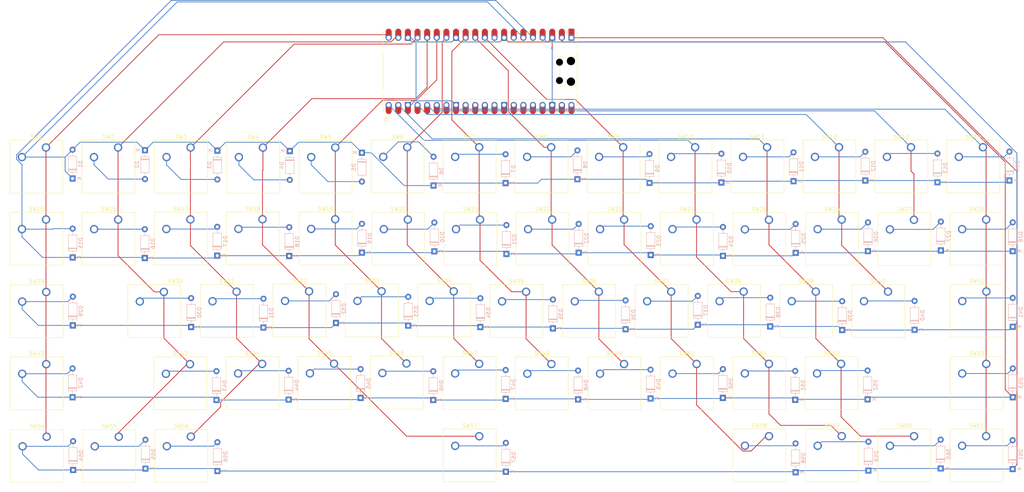
<source format=kicad_pcb>
(kicad_pcb (version 20241229) (generator "pcbnew") (generator_version "9.0")
  (layers (0 "F.Cu" signal) (2 "B.Cu" signal) (13 "F.Paste" user) (15 "B.Paste" user) (5 "F.SilkS" user "F.Silkscreen") (7 "B.SilkS" user "B.Silkscreen") (1 "F.Mask" user) (3 "B.Mask" user) (25 "Edge.Cuts" user))
  (net 0 "")
  (net 2 "Net-(A1-GND-Pad13)")
  (net 3 "col6")
  (net 5 "col11")
  (net 6 "col9")
  (net 8 "row 4")
  (net 13 "row 1")
  (net 15 "row 2")
  (net 16 "col3")
  (net 18 "col1")
  (net 20 "col5")
  (net 21 "col2")
  (net 22 "row 3")
  (net 23 "col14")
  (net 24 "col10")
  (net 25 "col8")
  (net 26 "col12")
  (net 27 "col4")
  (net 28 "col7")
  (net 31 "col13")
  (net 34 "row 5")
  (net 35 "Net-(D2-A)")
  (net 36 "Net-(D3-A)")
  (net 37 "Net-(D4-A)")
  (net 38 "Net-(D5-A)")
  (net 39 "Net-(D7-A)")
  (net 40 "Net-(D8-A)")
  (net 41 "Net-(D9-A)")
  (net 42 "Net-(D10-A)")
  (net 43 "Net-(D11-A)")
  (net 44 "Net-(D12-A)")
  (net 45 "Net-(D13-A)")
  (net 46 "Net-(D14-A)")
  (net 47 "Net-(D16-A)")
  (net 48 "Net-(D17-A)")
  (net 49 "Net-(D18-A)")
  (net 50 "Net-(D19-A)")
  (net 51 "Net-(D20-A)")
  (net 52 "Net-(D21-A)")
  (net 53 "Net-(D22-A)")
  (net 54 "Net-(D23-A)")
  (net 55 "Net-(D24-A)")
  (net 56 "Net-(D25-A)")
  (net 57 "Net-(D26-A)")
  (net 58 "Net-(D27-A)")
  (net 59 "Net-(D28-A)")
  (net 60 "Net-(D30-A)")
  (net 61 "Net-(D31-A)")
  (net 62 "Net-(D32-A)")
  (net 63 "Net-(D33-A)")
  (net 64 "Net-(D34-A)")
  (net 65 "Net-(D35-A)")
  (net 66 "Net-(D36-A)")
  (net 67 "Net-(D37-A)")
  (net 68 "Net-(D38-A)")
  (net 69 "Net-(D39-A)")
  (net 70 "Net-(D40-A)")
  (net 71 "Net-(D41-A)")
  (net 72 "Net-(D43-A)")
  (net 73 "Net-(D44-A)")
  (net 74 "Net-(D45-A)")
  (net 75 "Net-(D46-A)")
  (net 76 "Net-(D47-A)")
  (net 77 "Net-(D48-A)")
  (net 78 "Net-(D49-A)")
  (net 79 "Net-(D50-A)")
  (net 80 "Net-(D51-A)")
  (net 81 "Net-(D55-A)")
  (net 82 "Net-(D56-A)")
  (net 83 "Net-(D57-A)")
  (net 84 "Net-(D58-A)")
  (net 85 "Net-(D59-A)")
  (net 86 "Net-(D60-A)")
  (net 87 "Net-(D61-A)")
  (net 88 "Net-(D52-A)")
  (net 89 "Net-(D53-A)")
  (net 90 "Net-(D6-A)")
  (footprint "Button_Switch_Keyboard:SW_Cherry_MX_1.00u_PCB" (layer "F.Cu") (at 102.845 81.265)
    (property "Reference" "SW19")
    (property "Value" "SW_Push")
  )
  (footprint "Button_Switch_Keyboard:SW_Cherry_MX_1.00u_PCB" (layer "F.Cu") (at 121.66 119.3625)
    (property "Reference" "SW46")
    (property "Value" "SW_Push")
  )
  (footprint "Button_Switch_Keyboard:SW_Cherry_MX_1.00u_PCB" (layer "F.Cu") (at 26.555 119.55)
    (property "Reference" "SW42")
    (property "Value" "SW_Push")
  )
  (footprint "Button_Switch_Keyboard:SW_Cherry_MX_1.00u_PCB" (layer "F.Cu") (at 254.865 62.225)
    (property "Reference" "SW13")
    (property "Value" "SW_Push")
  )
  (footprint "Button_Switch_Keyboard:SW_Cherry_MX_1.00u_PCB" (layer "F.Cu") (at 236.575 138.575)
    (property "Reference" "SW59")
    (property "Value" "SW_Push")
  )
  (footprint "Button_Switch_Keyboard:SW_Cherry_MX_1.00u_PCB" (layer "F.Cu") (at 198.245 81.3375)
    (property "Reference" "SW24")
    (property "Value" "SW_Push")
  )
  (footprint "Button_Switch_Keyboard:SW_Cherry_MX_1.00u_PCB" (layer "F.Cu") (at 26.495 81.325)
    (property "Reference" "SW15")
    (property "Value" "SW_Push")
  )
  (footprint "Button_Switch_Keyboard:SW_Cherry_MX_1.00u_PCB" (layer "F.Cu") (at 64.66625 62.2875)
    (property "Reference" "SW3")
    (property "Value" "SW_Push")
  )
  (footprint "Button_Switch_Keyboard:SW_Cherry_MX_1.00u_PCB" (layer "F.Cu") (at 159.925 119.5275)
    (property "Reference" "SW48")
    (property "Value" "SW_Push")
  )
  (footprint "Button_Switch_Keyboard:SW_Cherry_MX_1.00u_PCB" (layer "F.Cu") (at 76.8 100.3875)
    (property "Reference" "SW31")
    (property "Value" "SW_Push")
  )
  (footprint "Button_Switch_Keyboard:SW_Cherry_MX_1.00u_PCB" (layer "F.Cu") (at 179.12 81.3375)
    (property "Reference" "SW23")
    (property "Value" "SW_Push")
  )
  (footprint "Module:RaspberryPi_Pico_Common_Unspecified" (layer "F.Cu") (at 141.09 42.1675 -90)
    (property "Reference" "A1")
    (property "Value" "RaspberryPi_Pico")
  )
  (footprint "Button_Switch_Keyboard:SW_Cherry_MX_1.00u_PCB" (layer "F.Cu") (at 45.5125 62.2875)
    (property "Reference" "SW2")
    (property "Value" "SW_Push")
  )
  (footprint "Button_Switch_Keyboard:SW_Cherry_MX_1.00u_PCB" (layer "F.Cu") (at 179.11 119.5225)
    (property "Reference" "SW49")
    (property "Value" "SW_Push")
  )
  (footprint "Button_Switch_Keyboard:SW_Cherry_MX_1.00u_PCB" (layer "F.Cu") (at 102.865 62.2875)
    (property "Reference" "SW5")
    (property "Value" "SW_Push")
  )
  (footprint "Button_Switch_Keyboard:SW_Cherry_MX_1.00u_PCB" (layer "F.Cu") (at 26.4825 62.28625)
    (property "Reference" "SW1")
    (property "Value" "SW_Push")
  )
  (footprint "Button_Switch_Keyboard:SW_Cherry_MX_1.00u_PCB" (layer "F.Cu") (at 26.655 138.725)
    (property "Reference" "SW54")
    (property "Value" "SW_Push")
  )
  (footprint "Button_Switch_Keyboard:SW_Cherry_MX_1.00u_PCB" (layer "F.Cu") (at 273.865 62.225)
    (property "Reference" "SW14")
    (property "Value" "SW_Push")
  )
  (footprint "Button_Switch_Keyboard:SW_Cherry_MX_1.00u_PCB" (layer "F.Cu") (at 274.765 100.355)
    (property "Reference" "SW41")
    (property "Value" "SW_Push")
  )
  (footprint "Button_Switch_Keyboard:SW_Cherry_MX_1.00u_PCB" (layer "F.Cu") (at 236.41 119.4625)
    (property "Reference" "SW52")
    (property "Value" "SW_Push")
  )
  (footprint "Button_Switch_Keyboard:SW_Cherry_MX_1.00u_PCB" (layer "F.Cu") (at 159.865 62.225)
    (property "Reference" "SW8")
    (property "Value" "SW_Push")
  )
  (footprint "Button_Switch_Keyboard:SW_Cherry_MX_1.00u_PCB" (layer "F.Cu") (at 115.075 100.2875)
    (property "Reference" "SW33")
    (property "Value" "SW_Push")
  )
  (footprint "Button_Switch_Keyboard:SW_Cherry_MX_1.00u_PCB" (layer "F.Cu") (at 64.615 81.3)
    (property "Reference" "SW17")
    (property "Value" "SW_Push")
  )
  (footprint "Button_Switch_Keyboard:SW_Cherry_MX_1.00u_PCB" (layer "F.Cu") (at 122.03 81.3375)
    (property "Reference" "SW20")
    (property "Value" "SW_Push")
  )
  (footprint "Button_Switch_Keyboard:SW_Cherry_MX_1.00u_PCB" (layer "F.Cu") (at 83.555 119.475)
    (property "Reference" "SW44")
    (property "Value" "SW_Push")
  )
  (footprint "Button_Switch_Keyboard:SW_Cherry_MX_1.00u_PCB" (layer "F.Cu") (at 255.665 138.58)
    (property "Reference" "SW60")
    (property "Value" "SW_Push")
  )
  (footprint "Button_Switch_Keyboard:SW_Cherry_MX_1.00u_PCB" (layer "F.Cu") (at 102.53 119.425)
    (property "Reference" "SW45")
    (property "Value" "SW_Push")
  )
  (footprint "Button_Switch_Keyboard:SW_Cherry_MX_1.00u_PCB" (layer "F.Cu") (at 64.74 138.69)
    (property "Reference" "SW56")
    (property "Value" "SW_Push")
  )
  (footprint "Button_Switch_Keyboard:SW_Cherry_MX_1.00u_PCB" (layer "F.Cu") (at 140.865 62.225)
    (property "Reference" "SW7")
    (property "Value" "SW_Push")
  )
  (footprint "Button_Switch_Keyboard:SW_Cherry_MX_1.00u_PCB" (layer "F.Cu") (at 235.865 62.225)
    (property "Reference" "SW12")
    (property "Value" "SW_Push")
  )
  (footprint "Button_Switch_Keyboard:SW_Cherry_MX_1.00u_PCB" (layer "F.Cu") (at 274.735 119.475)
    (property "Reference" "SW53")
    (property "Value" "SW_Push")
  )
  (footprint "Button_Switch_Keyboard:SW_Cherry_MX_1.00u_PCB" (layer "F.Cu") (at 64.5 119.5525)
    (property "Reference" "SW43")
    (property "Value" "SW_Push")
  )
  (footprint "Button_Switch_Keyboard:SW_Cherry_MX_1.00u_PCB" (layer "F.Cu") (at 255.645 81.3975)
    (property "Reference" "SW27")
    (property "Value" "SW_Push")
  )
  (footprint "Button_Switch_Keyboard:SW_Cherry_MX_1.00u_PCB" (layer "F.Cu") (at 210.675 100.375)
    (property "Reference" "SW38")
    (property "Value" "SW_Push")
  )
  (footprint "Button_Switch_Keyboard:SW_Cherry_MX_1.00u_PCB" (layer "F.Cu") (at 83.645 81.255)
    (property "Reference" "SW18")
    (property "Value" "SW_Push")
  )
  (footprint "Button_Switch_Keyboard:SW_Cherry_MX_1.00u_PCB" (layer "F.Cu") (at 45.71 138.725)
    (property "Reference" "SW55")
    (property "Value" "SW_Push")
  )
  (footprint "Button_Switch_Keyboard:SW_Cherry_MX_1.00u_PCB" (layer "F.Cu") (at 140.86 119.4625)
    (property "Reference" "SW47")
    (property "Value" "SW_Push")
  )
  (footprint "Button_Switch_Keyboard:SW_Cherry_MX_1.00u_PCB" (layer "F.Cu") (at 274.7 138.575)
    (property "Reference" "SW61")
    (property "Value" "SW_Push")
  )
  (footprint "Button_Switch_Keyboard:SW_Cherry_MX_1.00u_PCB" (layer "F.Cu") (at 153.245 100.415)
    (property "Reference" "SW35")
    (property "Value" "SW_Push")
  )
  (footprint "Button_Switch_Keyboard:SW_Cherry_MX_1.00u_PCB" (layer "F.Cu") (at 121.865 62.225)
    (property "Reference" "SW6")
    (property "Value" "SW_Push")
  )
  (footprint "Button_Switch_Keyboard:SW_Cherry_MX_1.00u_PCB" (layer "F.Cu") (at 134.135 100.3)
    (property "Reference" "SW34")
    (property "Value" "SW_Push")
  )
  (footprint "Button_Switch_Keyboard:SW_Cherry_MX_1.00u_PCB" (layer "F.Cu") (at 26.56 100.475)
    (property "Reference" "SW29")
    (property "Value" "SW_Push")
  )
  (footprint "Button_Switch_Keyboard:SW_Cherry_MX_1.00u_PCB" (layer "F.Cu") (at 95.95 100.3)
    (property "Reference" "SW32")
    (property "Value" "SW_Push")
  )
  (footprint "Button_Switch_Keyboard:SW_Cherry_MX_1.00u_PCB" (layer "F.Cu") (at 172.445 100.395)
    (property "Reference" "SW36")
    (property "Value" "SW_Push")
  )
  (footprint "Button_Switch_Keyboard:SW_Cherry_MX_1.00u_PCB" (layer "F.Cu") (at 45.54 81.3375)
    (property "Reference" "SW16")
    (property "Value" "SW_Push")
  )
  (footprint "Button_Switch_Keyboard:SW_Cherry_MX_1.00u_PCB" (layer "F.Cu") (at 178.865 62.225)
    (property "Reference" "SW9")
    (property "Value" "SW_Push")
  )
  (footprint "Button_Switch_Keyboard:SW_Cherry_MX_1.00u_PCB" (layer "F.Cu") (at 217.375 138.575)
    (property "Reference" "SW58")
    (property "Value" "SW_Push")
  )
  (footprint "Button_Switch_Keyboard:SW_Cherry_MX_1.00u_PCB" (layer "F.Cu") (at 198.26 119.5025)
    (property "Reference" "SW50")
    (property "Value" "SW_Push")
  )
  (footprint "Button_Switch_Keyboard:SW_Cherry_MX_1.00u_PCB" (layer "F.Cu") (at 216.865 62.225)
    (property "Reference" "SW11")
    (property "Value" "SW_Push")
  )
  (footprint "Button_Switch_Keyboard:SW_Cherry_MX_1.00u_PCB" (layer "F.Cu") (at 141.085 81.3375)
    (property "Reference" "SW21")
    (property "Value" "SW_Push")
  )
  (footprint "Button_Switch_Keyboard:SW_Cherry_MX_1.00u_PCB" (layer "F.Cu") (at 140.88 138.6)
    (property "Reference" "SW57")
    (property "Value" "SW_Push")
  )
  (footprint "Button_Switch_Keyboard:SW_Cherry_MX_1.00u_PCB" (layer "F.Cu") (at 274.715 81.3375)
    (property "Reference" "SW28")
    (property "Value" "SW_Push")
  )
  (footprint "Button_Switch_Keyboard:SW_Cherry_MX_1.00u_PCB" (layer "F.Cu") (at 229.725 100.375)
    (property "Reference" "SW39")
    (property "Value" "SW_Push")
  )
  (footprint "Button_Switch_Keyboard:SW_Cherry_MX_1.00u_PCB" (layer "F.Cu") (at 83.76125 62.30625)
    (property "Reference" "SW4")
    (property "Value" "SW_Push")
  )
  (footprint "Button_Switch_Keyboard:SW_Cherry_MX_1.00u_PCB" (layer "F.Cu") (at 217.36 119.4625)
    (property "Reference" "SW51")
    (property "Value" "SW_Push")
  )
  (footprint "Button_Switch_Keyboard:SW_Cherry_MX_1.00u_PCB" (layer "F.Cu") (at 217.365 81.3975)
    (property "Reference" "SW25")
    (property "Value" "SW_Push")
  )
  (footprint "Button_Switch_Keyboard:SW_Cherry_MX_1.00u_PCB" (layer "F.Cu") (at 236.57 81.3375)
    (property "Reference" "SW26")
    (property "Value" "SW_Push")
  )
  (footprint "Button_Switch_Keyboard:SW_Cherry_MX_1.00u_PCB" (layer "F.Cu") (at 248.79875 100.375)
    (property "Reference" "SW40")
    (property "Value" "SW_Push")
  )
  (footprint "Button_Switch_Keyboard:SW_Cherry_MX_1.00u_PCB" (layer "F.Cu") (at 160.115 81.3375)
    (property "Reference" "SW22")
    (property "Value" "SW_Push")
  )
  (footprint "Button_Switch_Keyboard:SW_Cherry_MX_1.00u_PCB" (layer "F.Cu") (at 191.555 100.375)
    (property "Reference" "SW37")
    (property "Value" "SW_Push")
  )
  (footprint "Button_Switch_Keyboard:SW_Cherry_MX_1.00u_PCB" (layer "F.Cu") (at 197.865 62.225)
    (property "Reference" "SW10")
    (property "Value" "SW_Push")
  )
  (footprint "Button_Switch_Keyboard:SW_Cherry_MX_1.00u_PCB" (layer "F.Cu") (at 57.615 100.4475)
    (property "Reference" "SW30")
    (property "Value" "SW_Push")
  )
  (footprint "Diode_THT:D_DO-35_SOD27_P7.62mm_Horizontal" (layer "B.Cu") (at 223.85 71.1975 90)
    (property "Reference" "D11")
    (property "Value" "1N4148")
  )
  (footprint "Diode_THT:D_DO-35_SOD27_P7.62mm_Horizontal" (layer "B.Cu") (at 64.8 109.7225 90)
    (property "Reference" "D30")
    (property "Value" "1N4148")
  )
  (footprint "Diode_THT:D_DO-35_SOD27_P7.62mm_Horizontal" (layer "B.Cu") (at 109.55 128.4725 90)
    (property "Reference" "D45")
    (property "Value" "1N4148")
  )
  (footprint "Diode_THT:D_DO-35_SOD27_P7.62mm_Horizontal" (layer "B.Cu") (at 242.8 71.0225 90)
    (property "Reference" "D12")
    (property "Value" "1N4148")
  )
  (footprint "Diode_THT:D_DO-35_SOD27_P7.62mm_Horizontal" (layer "B.Cu") (at 128.725 129.0375 90)
    (property "Reference" "D46")
    (property "Value" "1N4148")
  )
  (footprint "Diode_THT:D_DO-35_SOD27_P7.62mm_Horizontal" (layer "B.Cu") (at 262.7 147.1225 90)
    (property "Reference" "D60")
    (property "Value" "1N4148")
  )
  (footprint "Diode_THT:D_DO-35_SOD27_P7.62mm_Horizontal" (layer "B.Cu") (at 71.75 147.7975 90)
    (property "Reference" "D56")
    (property "Value" "1N4148")
  )
  (footprint "Diode_THT:D_DO-35_SOD27_P7.62mm_Horizontal" (layer "B.Cu") (at 141.175 109.7375 90)
    (property "Reference" "D34")
    (property "Value" "1N4148")
  )
  (footprint "Diode_THT:D_DO-35_SOD27_P7.62mm_Horizontal" (layer "B.Cu") (at 71.7 90.8725 90)
    (property "Reference" "D17")
    (property "Value" "1N4148")
  )
  (footprint "Diode_THT:D_DO-35_SOD27_P7.62mm_Horizontal" (layer "B.Cu") (at 160.325 110.0975 90)
    (property "Reference" "D35")
    (property "Value" "1N4148")
  )
  (footprint "Diode_THT:D_DO-35_SOD27_P7.62mm_Horizontal" (layer "B.Cu") (at 280.85 71.0025 90)
    (property "Reference" "D14")
    (property "Value" "1N4148")
  )
  (footprint "Diode_THT:D_DO-35_SOD27_P7.62mm_Horizontal" (layer "B.Cu") (at 224.4 148.1225 90)
    (property "Reference" "D58")
    (property "Value" "1N4148")
  )
  (footprint "Diode_THT:D_DO-35_SOD27_P7.62mm_Horizontal" (layer "B.Cu") (at 147.85 128.7225 90)
    (property "Reference" "D47")
    (property "Value" "1N4148")
  )
  (footprint "Diode_THT:D_DO-35_SOD27_P7.62mm_Horizontal" (layer "B.Cu") (at 281.75 128.2975 90)
    (property "Reference" "D53")
    (property "Value" "1N4148")
  )
  (footprint "Diode_THT:D_DO-35_SOD27_P7.62mm_Horizontal" (layer "B.Cu") (at 129.025 89.7375 90)
    (property "Reference" "D20")
    (property "Value" "1N4148")
  )
  (footprint "Diode_THT:D_DO-35_SOD27_P7.62mm_Horizontal" (layer "B.Cu") (at 185.825 71.6375 90)
    (property "Reference" "D9")
    (property "Value" "1N4148")
  )
  (footprint "Diode_THT:D_DO-35_SOD27_P7.62mm_Horizontal" (layer "B.Cu") (at 166.8 70.6725 90)
    (property "Reference" "D8")
    (property "Value" "1N4148")
  )
  (footprint "Diode_THT:D_DO-35_SOD27_P7.62mm_Horizontal" (layer "B.Cu") (at 147.9 147.9725 90)
    (property "Reference" "D57")
    (property "Value" "1N4148")
  )
  (footprint "Diode_THT:D_DO-35_SOD27_P7.62mm_Horizontal" (layer "B.Cu") (at 109.9 90.0725 90)
    (property "Reference" "D19")
    (property "Value" "1N4148")
  )
  (footprint "Diode_THT:D_DO-35_SOD27_P7.62mm_Horizontal" (layer "B.Cu") (at 90.85 63.2325 -90)
    (property "Reference" "D4")
    (property "Value" "1N4148")
  )
  (footprint "Diode_THT:D_DO-35_SOD27_P7.62mm_Horizontal" (layer "B.Cu") (at 224.3 128.9725 90)
    (property "Reference" "D51")
    (property "Value" "1N4148")
  )
  (footprint "Diode_THT:D_DO-35_SOD27_P7.62mm_Horizontal" (layer "B.Cu") (at 109.9 63.6775 -90)
    (property "Reference" "D5")
    (property "Value" "1N4148")
  )
  (footprint "Diode_THT:D_DO-35_SOD27_P7.62mm_Horizontal" (layer "B.Cu") (at 186.1 128.6225 90)
    (property "Reference" "D49")
    (property "Value" "1N4148")
  )
  (footprint "Diode_THT:D_DO-35_SOD27_P7.62mm_Horizontal" (layer "B.Cu") (at 205.2 128.4725 90)
    (property "Reference" "D50")
    (property "Value" "1N4148")
  )
  (footprint "Diode_THT:D_DO-35_SOD27_P7.62mm_Horizontal" (layer "B.Cu") (at 33.5 70.4875 90)
    (property "Reference" "D1")
    (property "Value" "1N4148")
  )
  (footprint "Diode_THT:D_DO-35_SOD27_P7.62mm_Horizontal" (layer "B.Cu") (at 148.05 90.4125 90)
    (property "Reference" "D21")
    (property "Value" "1N4148")
  )
  (footprint "Diode_THT:D_DO-35_SOD27_P7.62mm_Horizontal" (layer "B.Cu") (at 52.75 147.1475 90)
    (property "Reference" "D55")
    (property "Value" "1N4148")
  )
  (footprint "Diode_THT:D_DO-35_SOD27_P7.62mm_Horizontal" (layer "B.Cu") (at 83.9 109.8725 90)
    (property "Reference" "D31")
    (property "Value" "1N4148")
  )
  (footprint "Diode_THT:D_DO-35_SOD27_P7.62mm_Horizontal" (layer "B.Cu") (at 224.425 90.1225 90)
    (property "Reference" "D25")
    (property "Value" "1N4148")
  )
  (footprint "Diode_THT:D_DO-35_SOD27_P7.62mm_Horizontal" (layer "B.Cu") (at 122.125 109.3725 90)
    (property "Reference" "D33")
    (property "Value" "1N4148")
  )
  (footprint "Diode_THT:D_DO-35_SOD27_P7.62mm_Horizontal" (layer "B.Cu") (at 52.575 91.4975 90)
    (property "Reference" "D16")
    (property "Value" "1N4148")
  )
  (footprint "Diode_THT:D_DO-35_SOD27_P7.62mm_Horizontal" (layer "B.Cu") (at 217.7 109.5875 90)
    (property "Reference" "D38")
    (property "Value" "1N4148")
  )
  (footprint "Diode_THT:D_DO-35_SOD27_P7.62mm_Horizontal" (layer "B.Cu") (at 243.4 128.8475 90)
    (property "Reference" "D52")
    (property "Value" "1N4148")
  )
  (footprint "Diode_THT:D_DO-35_SOD27_P7.62mm_Horizontal" (layer "B.Cu") (at 179.5 110.3225 90)
    (property "Reference" "D36")
    (property "Value" "1N4148")
  )
  (footprint "Diode_THT:D_DO-35_SOD27_P7.62mm_Horizontal" (layer "B.Cu") (at 33.525 91.3475 90)
    (property "Reference" "D15")
    (property "Value" "1N4148")
  )
  (footprint "Diode_THT:D_DO-35_SOD27_P7.62mm_Horizontal" (layer "B.Cu") (at 243.625 147.6725 90)
    (property "Reference" "D59")
    (property "Value" "1N4148")
  )
  (footprint "Diode_THT:D_DO-35_SOD27_P7.62mm_Horizontal" (layer "B.Cu") (at 71.5 129.0225 90)
    (property "Reference" "D43")
    (property "Value" "1N4148")
  )
  (footprint "Diode_THT:D_DO-35_SOD27_P7.62mm_Horizontal" (layer "B.Cu") (at 90.7 90.9725 90)
    (property "Reference" "D18")
    (property "Value" "1N4148")
  )
  (footprint "Diode_THT:D_DO-35_SOD27_P7.62mm_Horizontal" (layer "B.Cu") (at 71.725 63.1175 -90)
    (property "Reference" "D3")
    (property "Value" "1N4148")
  )
  (footprint "Diode_THT:D_DO-35_SOD27_P7.62mm_Horizontal" (layer "B.Cu") (at 236.7 110.5375 90)
    (property "Reference" "D39")
    (property "Value" "1N4148")
  )
  (footprint "Diode_THT:D_DO-35_SOD27_P7.62mm_Horizontal" (layer "B.Cu") (at 255.8 110.4625 90)
    (property "Reference" "D40")
    (property "Value" "1N4148")
  )
  (footprint "Diode_THT:D_DO-35_SOD27_P7.62mm_Horizontal" (layer "B.Cu") (at 261.85 71.4975 90)
    (property "Reference" "D13")
    (property "Value" "1N4148")
  )
  (footprint "Diode_THT:D_DO-35_SOD27_P7.62mm_Horizontal" (layer "B.Cu") (at 243.5 89.6975 90)
    (property "Reference" "D26")
    (property "Value" "1N4148")
  )
  (footprint "Diode_THT:D_DO-35_SOD27_P7.62mm_Horizontal" (layer "B.Cu") (at 281.725 109.6725 90)
    (property "Reference" "D41")
    (property "Value" "1N4148")
  )
  (footprint "Diode_THT:D_DO-35_SOD27_P7.62mm_Horizontal" (layer "B.Cu") (at 281.725 89.6975 90)
    (property "Reference" "D28")
    (property "Value" "1N4148")
  )
  (footprint "Diode_THT:D_DO-35_SOD27_P7.62mm_Horizontal" (layer "B.Cu") (at 103.05 108.6725 90)
    (property "Reference" "D32")
    (property "Value" "1N4148")
  )
  (footprint "Diode_THT:D_DO-35_SOD27_P7.62mm_Horizontal" (layer "B.Cu") (at 198.575 109.1375 90)
    (property "Reference" "D37")
    (property "Value" "1N4148")
  )
  (footprint "Diode_THT:D_DO-35_SOD27_P7.62mm_Horizontal" (layer "B.Cu") (at 128.8 72.3475 90)
    (property "Reference" "D6")
    (property "Value" "1N4148")
  )
  (footprint "Diode_THT:D_DO-35_SOD27_P7.62mm_Horizontal" (layer "B.Cu") (at 205.225 90.9225 90)
    (property "Reference" "D24")
    (property "Value" "1N4148")
  )
  (footprint "Diode_THT:D_DO-35_SOD27_P7.62mm_Horizontal" (layer "B.Cu") (at 262.75 89.4975 90)
    (property "Reference" "D27")
    (property "Value" "1N4148")
  )
  (footprint "Diode_THT:D_DO-35_SOD27_P7.62mm_Horizontal" (layer "B.Cu") (at 167.125 90.0975 90)
    (property "Reference" "D22")
    (property "Value" "1N4148")
  )
  (footprint "Diode_THT:D_DO-35_SOD27_P7.62mm_Horizontal" (layer "B.Cu") (at 33.5 128.2975 90)
    (property "Reference" "D42")
    (property "Value" "1N4148")
  )
  (footprint "Diode_THT:D_DO-35_SOD27_P7.62mm_Horizontal" (layer "B.Cu") (at 281.7 147.2725 90)
    (property "Reference" "D61")
    (property "Value" "1N4148")
  )
  (footprint "Diode_THT:D_DO-35_SOD27_P7.62mm_Horizontal" (layer "B.Cu") (at 90.55 128.9225 90)
    (property "Reference" "D44")
    (property "Value" "1N4148")
  )
  (footprint "Diode_THT:D_DO-35_SOD27_P7.62mm_Horizontal" (layer "B.Cu") (at 147.825 71.6975 90)
    (property "Reference" "D7")
    (property "Value" "1N4148")
  )
  (footprint "Diode_THT:D_DO-35_SOD27_P7.62mm_Horizontal" (layer "B.Cu") (at 33.65 147.5225 90)
    (property "Reference" "D54")
    (property "Value" "1N4148")
  )
  (footprint "Diode_THT:D_DO-35_SOD27_P7.62mm_Horizontal" (layer "B.Cu") (at 166.975 128.8625 90)
    (property "Reference" "D48")
    (property "Value" "1N4148")
  )
  (footprint "Diode_THT:D_DO-35_SOD27_P7.62mm_Horizontal" (layer "B.Cu") (at 33.575 109.3125 90)
    (property "Reference" "D29")
    (property "Value" "1N4148")
  )
  (footprint "Diode_THT:D_DO-35_SOD27_P7.62mm_Horizontal" (layer "B.Cu") (at 186.15 90.6975 90)
    (property "Reference" "D23")
    (property "Value" "1N4148")
  )
  (footprint "Diode_THT:D_DO-35_SOD27_P7.62mm_Horizontal" (layer "B.Cu") (at 204.8 71.5375 90)
    (property "Reference" "D10")
    (property "Value" "1N4148")
  )
  (footprint "Diode_THT:D_DO-35_SOD27_P7.62mm_Horizontal" (layer "B.Cu") (at 52.625 63.0175 -90)
    (property "Reference" "D2")
    (property "Value" "1N4148")
  )
  (segment (start 160.1 36.0025) (end 160.14 35.9625) (width 0.2) (layer "F.Cu") (net 2))
  (segment (start 147.44 33.2775) (end 148.541 34.3785) (width 0.2) (layer "F.Cu") (net 2))
  (segment (start 148.541 34.3785) (end 159.039 34.3785) (width 0.2) (layer "F.Cu") (net 2))
  (segment (start 159.039 34.3785) (end 160.14 33.2775) (width 0.2) (layer "F.Cu") (net 2))
  (segment (start 160.14 35.9625) (end 160.14 33.2775) (width 0.2) (layer "F.Cu") (net 2))
  (via (at 160.1 36.0025) (size 0.6) (drill 0.3) (layers "F.Cu" "B.Cu") (net 2))
  (segment (start 133.635 49.9525) (end 134.74 51.0575) (width 0.2) (layer "B.Cu") (net 2))
  (segment (start 146.339 34.3785) (end 147.44 33.2775) (width 0.2) (layer "B.Cu") (net 2))
  (segment (start 122.845 51.0575) (end 122.04 51.0575) (width 0.2) (layer "B.Cu") (net 2))
  (segment (start 160.14 51.0575) (end 160.14 36.0425) (width 0.2) (layer "B.Cu") (net 2))
  (segment (start 160.14 36.0425) (end 160.1 36.0025) (width 0.2) (layer "B.Cu") (net 2))
  (segment (start 122.04 33.2775) (end 122.845 33.2775) (width 0.2) (layer "B.Cu") (net 2))
  (segment (start 134.74 33.2775) (end 135.841 34.3785) (width 0.2) (layer "B.Cu") (net 2))
  (segment (start 133.64 34.3775) (end 134.74 33.2775) (width 0.2) (layer "B.Cu") (net 2))
  (segment (start 122.04 51.0575) (end 123.145 49.9525) (width 0.2) (layer "B.Cu") (net 2))
  (segment (start 124.191 34.6235) (end 124.191 49.7115) (width 0.2) (layer "B.Cu") (net 2))
  (segment (start 122.845 33.2775) (end 124.191 34.6235) (width 0.2) (layer "B.Cu") (net 2))
  (segment (start 123.145 49.9525) (end 133.635 49.9525) (width 0.2) (layer "B.Cu") (net 2))
  (segment (start 123.14 34.3775) (end 133.64 34.3775) (width 0.2) (layer "B.Cu") (net 2))
  (segment (start 124.191 49.7115) (end 122.845 51.0575) (width 0.2) (layer "B.Cu") (net 2))
  (segment (start 135.841 34.3785) (end 146.339 34.3785) (width 0.2) (layer "B.Cu") (net 2))
  (segment (start 122.04 33.2775) (end 123.14 34.3775) (width 0.2) (layer "B.Cu") (net 2))
  (segment (start 121.865 62.225) (end 121.865 88.03) (width 0.2) (layer "F.Cu") (net 3))
  (segment (start 131.099 34.3785) (end 132.2 33.2775) (width 0.2) (layer "F.Cu") (net 3))
  (segment (start 131.099 52.991) (end 131.099 34.3785) (width 0.2) (layer "F.Cu") (net 3))
  (segment (start 121.865 88.03) (end 134.135 100.3) (width 0.2) (layer "F.Cu") (net 3))
  (segment (start 121.865 62.225) (end 131.099 52.991) (width 0.2) (layer "F.Cu") (net 3))
  (segment (start 134.135 100.3) (end 134.135 112.7375) (width 0.2) (layer "F.Cu") (net 3))
  (segment (start 134.135 112.7375) (end 140.86 119.4625) (width 0.2) (layer "F.Cu") (net 3))
  (segment (start 216.865 62.225) (end 216.865 80.8975) (width 0.2) (layer "F.Cu") (net 5))
  (segment (start 236.41 119.4625) (end 236.41 133.4875) (width 0.2) (layer "F.Cu") (net 5))
  (segment (start 217.365 81.3975) (end 217.365 88.015) (width 0.2) (layer "F.Cu") (net 5))
  (segment (start 217.365 88.015) (end 229.725 100.375) (width 0.2) (layer "F.Cu") (net 5))
  (segment (start 241.5025 138.58) (end 255.665 138.58) (width 0.2) (layer "F.Cu") (net 5))
  (segment (start 236.41 133.4875) (end 241.5025 138.58) (width 0.2) (layer "F.Cu") (net 5))
  (segment (start 216.865 80.8975) (end 217.365 81.3975) (width 0.2) (layer "F.Cu") (net 5))
  (segment (start 229.725 100.375) (end 229.725 112.7775) (width 0.2) (layer "F.Cu") (net 5))
  (segment (start 229.725 112.7775) (end 236.41 119.4625) (width 0.2) (layer "F.Cu") (net 5))
  (segment (start 214.662 60.022) (end 128.4645 60.022) (width 0.2) (layer "B.Cu") (net 5))
  (segment (start 128.4645 60.022) (end 119.5 51.0575) (width 0.2) (layer "B.Cu") (net 5))
  (segment (start 216.865 62.225) (end 214.662 60.022) (width 0.2) (layer "B.Cu") (net 5))
  (segment (start 191.555 100.375) (end 191.555 112.7975) (width 0.2) (layer "F.Cu") (net 6))
  (segment (start 191.555 112.7975) (end 198.26 119.5025) (width 0.2) (layer "F.Cu") (net 6))
  (segment (start 216.590184 138.575) (end 217.375 138.575) (width 0.2) (layer "F.Cu") (net 6))
  (segment (start 178.865 81.0825) (end 179.12 81.3375) (width 0.2) (layer "F.Cu") (net 6))
  (segment (start 178.865 62.225) (end 178.865 81.0825) (width 0.2) (layer "F.Cu") (net 6))
  (segment (start 198.26 119.5025) (end 198.26 130.331314) (width 0.2) (layer "F.Cu") (net 6))
  (segment (start 179.12 81.3375) (end 179.12 87.94) (width 0.2) (layer "F.Cu") (net 6))
  (segment (start 210.444686 142.516) (end 212.649184 142.516) (width 0.2) (layer "F.Cu") (net 6))
  (segment (start 158.685 49.6025) (end 142.36 33.2775) (width 0.2) (layer "F.Cu") (net 6))
  (segment (start 198.26 130.331314) (end 210.444686 142.516) (width 0.2) (layer "F.Cu") (net 6))
  (segment (start 212.649184 142.516) (end 216.590184 138.575) (width 0.2) (layer "F.Cu") (net 6))
  (segment (start 178.865 62.225) (end 166.2425 49.6025) (width 0.2) (layer "F.Cu") (net 6))
  (segment (start 179.12 87.94) (end 191.555 100.375) (width 0.2) (layer "F.Cu") (net 6))
  (segment (start 166.2425 49.6025) (end 158.685 49.6025) (width 0.2) (layer "F.Cu") (net 6))
  (segment (start 279.749 126.2965) (end 279.749 66.127686) (width 0.2) (layer "F.Cu") (net 8))
  (segment (start 279.749 66.127686) (end 248.004814 34.3835) (width 0.2) (layer "F.Cu") (net 8))
  (segment (start 162.986 34.3835) (end 162.68 34.0775) (width 0.2) (layer "F.Cu") (net 8))
  (segment (start 162.68 34.0775) (end 162.68 32.4775) (width 0.2) (layer "F.Cu") (net 8))
  (segment (start 248.004814 34.3835) (end 162.986 34.3835) (width 0.2) (layer "F.Cu") (net 8))
  (segment (start 281.75 128.2975) (end 279.749 126.2965) (width 0.2) (layer "F.Cu") (net 8))
  (segment (start 71.5 129.0225) (end 90.45 129.0225) (width 0.2) (layer "B.Cu") (net 8))
  (segment (start 243.4 128.8475) (end 243.445 128.8475) (width 0.2) (layer "B.Cu") (net 8))
  (segment (start 166.835 128.7225) (end 166.975 128.8625) (width 0.2) (layer "B.Cu") (net 8))
  (segment (start 128.16 128.4725) (end 128.725 129.0375) (width 0.2) (layer "B.Cu") (net 8))
  (segment (start 224.42 128.9725) (end 224.545 128.8475) (width 0.2) (layer "B.Cu") (net 8))
  (segment (start 223.8 128.4725) (end 224.3 128.9725) (width 0.2) (layer "B.Cu") (net 8))
  (segment (start 128.725 129.0375) (end 147.535 129.0375) (width 0.2) (layer "B.Cu") (net 8))
  (segment (start 109.1 128.9225) (end 109.55 128.4725) (width 0.2) (layer "B.Cu") (net 8))
  (segment (start 186.1 128.6225) (end 205.05 128.6225) (width 0.2) (layer "B.Cu") (net 8))
  (segment (start 243.445 128.8475) (end 243.995 128.2975) (width 0.2) (layer "B.Cu") (net 8))
  (segment (start 24.357684 128.2975) (end 33.5 128.2975) (width 0.2) (layer "B.Cu") (net 8))
  (segment (start 20.205 122.09) (end 20.205 124.144816) (width 0.2) (layer "B.Cu") (net 8))
  (segment (start 90.45 129.0225) (end 90.55 128.9225) (width 0.2) (layer "B.Cu") (net 8))
  (segment (start 243.995 128.2975) (end 281.75 128.2975) (width 0.2) (layer "B.Cu") (net 8))
  (segment (start 147.535 129.0375) (end 147.85 128.7225) (width 0.2) (layer "B.Cu") (net 8))
  (segment (start 185.86 128.8625) (end 186.1 128.6225) (width 0.2) (layer "B.Cu") (net 8))
  (segment (start 224.545 128.8475) (end 243.4 128.8475) (width 0.2) (layer "B.Cu") (net 8))
  (segment (start 33.5 128.2975) (end 70.775 128.2975) (width 0.2) (layer "B.Cu") (net 8))
  (segment (start 205.05 128.6225) (end 205.2 128.4725) (width 0.2) (layer "B.Cu") (net 8))
  (segment (start 20.205 124.144816) (end 24.357684 128.2975) (width 0.2) (layer "B.Cu") (net 8))
  (segment (start 166.975 128.8625) (end 185.86 128.8625) (width 0.2) (layer "B.Cu") (net 8))
  (segment (start 109.55 128.4725) (end 128.16 128.4725) (width 0.2) (layer "B.Cu") (net 8))
  (segment (start 205.2 128.4725) (end 223.8 128.4725) (width 0.2) (layer "B.Cu") (net 8))
  (segment (start 224.3 128.9725) (end 224.42 128.9725) (width 0.2) (layer "B.Cu") (net 8))
  (segment (start 32.0875 122.09) (end 20.205 122.09) (width 0.2) (layer "B.Cu") (net 8))
  (segment (start 70.775 128.2975) (end 71.5 129.0225) (width 0.2) (layer "B.Cu") (net 8))
  (segment (start 33.5 120.6775) (end 32.0875 122.09) (width 0.2) (layer "B.Cu") (net 8))
  (segment (start 90.55 128.9225) (end 109.1 128.9225) (width 0.2) (layer "B.Cu") (net 8))
  (segment (start 147.85 128.7225) (end 166.835 128.7225) (width 0.2) (layer "B.Cu") (net 8))
  (segment (start 50.494 60.8865) (end 35.481 60.8865) (width 0.2) (layer "B.Cu") (net 13))
  (segment (start 205.14 71.1975) (end 204.8 71.5375) (width 0.2) (layer "B.Cu") (net 13))
  (segment (start 54.756 60.8865) (end 52.625 63.0175) (width 0.2) (layer "B.Cu") (net 13))
  (segment (start 71.725 63.1175) (end 69.494 60.8865) (width 0.2) (layer "B.Cu") (net 13))
  (segment (start 35.481 60.8865) (end 33.5 62.8675) (width 0.2) (layer "B.Cu") (net 13))
  (segment (start 33.5 62.8675) (end 31.54125 64.82625) (width 0.2) (layer "B.Cu") (net 13))
  (segment (start 128.8 72.3475) (end 121.042684 72.3475) (width 0.2) (layer "B.Cu") (net 13))
  (segment (start 143.05125 23.80875) (end 152.52 33.2775) (width 0.2) (layer "B.Cu") (net 13))
  (segment (start 112.372684 63.6775) (end 109.9 63.6775) (width 0.2) (layer "B.Cu") (net 13))
  (segment (start 52.625 63.0175) (end 50.494 60.8865) (width 0.2) (layer "B.Cu") (net 13))
  (segment (start 107.109 60.8865) (end 93.196 60.8865) (width 0.2) (layer "B.Cu") (net 13))
  (segment (start 109.9 63.6775) (end 107.109 60.8865) (width 0.2) (layer "B.Cu") (net 13))
  (segment (start 185.825 71.6375) (end 204.7 71.6375) (width 0.2) (layer "B.Cu") (net 13))
  (segment (start 147.825 71.6975) (end 129.45 71.6975) (width 0.2) (layer "B.Cu") (net 13))
  (segment (start 69.494 60.8865) (end 54.756 60.8865) (width 0.2) (layer "B.Cu") (net 13))
  (segment (start 166.8 70.6725) (end 184.86 70.6725) (width 0.2) (layer "B.Cu") (net 13))
  (segment (start 90.85 63.2325) (end 88.52275 60.90525) (width 0.2) (layer "B.Cu") (net 13))
  (segment (start 204.7 71.6375) (end 204.8 71.5375) (width 0.2) (layer "B.Cu") (net 13))
  (segment (start 223.85 71.1975) (end 205.14 71.1975) (width 0.2) (layer "B.Cu") (net 13))
  (segment (start 33.5 70.4875) (end 31.54125 68.52875) (width 0.2) (layer "B.Cu") (net 13))
  (segment (start 224.025 71.0225) (end 223.85 71.1975) (width 0.2) (layer "B.Cu") (net 13))
  (segment (start 129.45 71.6975) (end 128.8 72.3475) (width 0.2) (layer "B.Cu") (net 13))
  (segment (start 242.8 71.0225) (end 261.375 71.0225) (width 0.2) (layer "B.Cu") (net 13))
  (segment (start 73.93725 60.90525) (end 71.725 63.1175) (width 0.2) (layer "B.Cu") (net 13))
  (segment (start 157.33 70.6725) (end 166.8 70.6725) (width 0.2) (layer "B.Cu") (net 13))
  (segment (start 31.54125 64.82625) (end 20.1325 64.82625) (width 0.2) (layer "B.Cu") (net 13))
  (segment (start 121.042684 72.3475) (end 112.372684 63.6775) (width 0.2) (layer "B.Cu") (net 13))
  (segment (start 20.1325 64.82625) (end 61.15 23.80875) (width 0.2) (layer "B.Cu") (net 13))
  (segment (start 93.196 60.8865) (end 90.85 63.2325) (width 0.2) (layer "B.Cu") (net 13))
  (segment (start 31.54125 68.52875) (end 31.54125 64.82625) (width 0.2) (layer "B.Cu") (net 13))
  (segment (start 280.355 71.4975) (end 280.85 71.0025) (width 0.2) (layer "B.Cu") (net 13))
  (segment (start 184.86 70.6725) (end 185.825 71.6375) (width 0.2) (layer "B.Cu") (net 13))
  (segment (start 156.305 71.6975) (end 157.33 70.6725) (width 0.2) (layer "B.Cu") (net 13))
  (segment (start 147.825 71.6975) (end 156.305 71.6975) (width 0.2) (layer "B.Cu") (net 13))
  (segment (start 88.52275 60.90525) (end 73.93725 60.90525) (width 0.2) (layer "B.Cu") (net 13))
  (segment (start 261.375 71.0225) (end 261.85 71.4975) (width 0.2) (layer "B.Cu") (net 13))
  (segment (start 242.8 71.0225) (end 224.025 71.0225) (width 0.2) (layer "B.Cu") (net 13))
  (segment (start 261.85 71.4975) (end 280.355 71.4975) (width 0.2) (layer "B.Cu") (net 13))
  (segment (start 61.15 23.80875) (end 143.05125 23.80875) (width 0.2) (layer "B.Cu") (net 13))
  (segment (start 71.075 91.4975) (end 71.7 90.8725) (width 0.2) (layer "B.Cu") (net 15))
  (segment (start 52.425 91.3475) (end 52.575 91.4975) (width 0.2) (layer "B.Cu") (net 15))
  (segment (start 20.145 83.865) (end 20.145 66.820064) (width 0.2) (layer "B.Cu") (net 15))
  (segment (start 18.7315 65.406564) (end 18.7315 64.245936) (width 0.2) (layer "B.Cu") (net 15))
  (segment (start 52.575 91.4975) (end 71.075 91.4975) (width 0.2) (layer "B.Cu") (net 15))
  (segment (start 224.425 90.1225) (end 243.075 90.1225) (width 0.2) (layer "B.Cu") (net 15))
  (segment (start 145.19025 23.40775) (end 155.06 33.2775) (width 0.2) (layer "B.Cu") (net 15))
  (segment (start 28.525 83.7275) (end 33.525 83.7275) (width 0.2) (layer "B.Cu") (net 15))
  (segment (start 223.625 90.9225) (end 224.425 90.1225) (width 0.2) (layer "B.Cu") (net 15))
  (segment (start 167.125 90.0975) (end 185.55 90.0975) (width 0.2) (layer "B.Cu") (net 15))
  (segment (start 59.569686 23.40775) (end 145.19025 23.40775) (width 0.2) (layer "B.Cu") (net 15))
  (segment (start 33.525 91.3475) (end 25.572684 91.3475) (width 0.2) (layer "B.Cu") (net 15))
  (segment (start 147.375 89.7375) (end 148.05 90.4125) (width 0.2) (layer "B.Cu") (net 15))
  (segment (start 205.225 90.9225) (end 223.625 90.9225) (width 0.2) (layer "B.Cu") (net 15))
  (segment (start 129.025 89.7375) (end 147.375 89.7375) (width 0.2) (layer "B.Cu") (net 15))
  (segment (start 243.075 90.1225) (end 243.5 89.6975) (width 0.2) (layer "B.Cu") (net 15))
  (segment (start 25.572684 91.3475) (end 20.145 85.919816) (width 0.2) (layer "B.Cu") (net 15))
  (segment (start 109.9 90.0725) (end 128.69 90.0725) (width 0.2) (layer "B.Cu") (net 15))
  (segment (start 71.7 90.8725) (end 109.1 90.8725) (width 0.2) (layer "B.Cu") (net 15))
  (segment (start 109.1 90.8725) (end 109.9 90.0725) (width 0.2) (layer "B.Cu") (net 15))
  (segment (start 205 90.6975) (end 205.225 90.9225) (width 0.2) (layer "B.Cu") (net 15))
  (segment (start 166.81 90.4125) (end 167.125 90.0975) (width 0.2) (layer "B.Cu") (net 15))
  (segment (start 243.5 89.6975) (end 281.725 89.6975) (width 0.2) (layer "B.Cu") (net 15))
  (segment (start 28.3875 83.865) (end 28.525 83.7275) (width 0.2) (layer "B.Cu") (net 15))
  (segment (start 186.15 90.6975) (end 205 90.6975) (width 0.2) (layer "B.Cu") (net 15))
  (segment (start 18.7315 64.245936) (end 59.569686 23.40775) (width 0.2) (layer "B.Cu") (net 15))
  (segment (start 33.525 91.3475) (end 52.425 91.3475) (width 0.2) (layer "B.Cu") (net 15))
  (segment (start 148.05 90.4125) (end 166.81 90.4125) (width 0.2) (layer "B.Cu") (net 15))
  (segment (start 20.145 85.919816) (end 20.145 83.865) (width 0.2) (layer "B.Cu") (net 15))
  (segment (start 20.145 66.820064) (end 18.7315 65.406564) (width 0.2) (layer "B.Cu") (net 15))
  (segment (start 128.69 90.0725) (end 129.025 89.7375) (width 0.2) (layer "B.Cu") (net 15))
  (segment (start 185.55 90.0975) (end 186.15 90.6975) (width 0.2) (layer "B.Cu") (net 15))
  (segment (start 20.145 83.865) (end 28.3875 83.865) (width 0.2) (layer "B.Cu") (net 15))
  (segment (start 122.891 34.9665) (end 124.58 33.2775) (width 0.2) (layer "F.Cu") (net 16))
  (segment (start 64.615 88.2025) (end 76.8 100.3875) (width 0.2) (layer "F.Cu") (net 16))
  (segment (start 82.71347 119.475) (end 72.601 129.58747) (width 0.2) (layer "F.Cu") (net 16))
  (segment (start 64.66625 62.2875) (end 91.98725 34.9665) (width 0.2) (layer "F.Cu") (net 16))
  (segment (start 91.98725 34.9665) (end 122.891 34.9665) (width 0.2) (layer "F.Cu") (net 16))
  (segment (start 76.8 100.3875) (end 76.8 112.72) (width 0.2) (layer "F.Cu") (net 16))
  (segment (start 64.615 62.33875) (end 64.615 81.3) (width 0.2) (layer "F.Cu") (net 16))
  (segment (start 64.66625 62.2875) (end 64.615 62.33875) (width 0.2) (layer "F.Cu") (net 16))
  (segment (start 72.601 129.58747) (end 72.601 130.829) (width 0.2) (layer "F.Cu") (net 16))
  (segment (start 83.555 119.475) (end 82.71347 119.475) (width 0.2) (layer "F.Cu") (net 16))
  (segment (start 64.615 81.3) (end 64.615 88.2025) (width 0.2) (layer "F.Cu") (net 16))
  (segment (start 72.601 130.829) (end 64.74 138.69) (width 0.2) (layer "F.Cu") (net 16))
  (segment (start 76.8 112.72) (end 83.555 119.475) (width 0.2) (layer "F.Cu") (net 16))
  (segment (start 26.4825 138.5525) (end 26.655 138.725) (width 0.2) (layer "F.Cu") (net 18))
  (segment (start 26.4825 62.28625) (end 56.29125 32.4775) (width 0.2) (layer "F.Cu") (net 18))
  (segment (start 26.4825 62.28625) (end 26.4825 138.5525) (width 0.2) (layer "F.Cu") (net 18))
  (segment (start 56.29125 32.4775) (end 116.96 32.4775) (width 0.2) (layer "F.Cu") (net 18))
  (segment (start 102.865 88.0775) (end 115.075 100.2875) (width 0.2) (layer "F.Cu") (net 20))
  (segment (start 115.075 112.7775) (end 121.66 119.3625) (width 0.2) (layer "F.Cu") (net 20))
  (segment (start 102.865 62.2875) (end 102.865 88.0775) (width 0.2) (layer "F.Cu") (net 20))
  (segment (start 115.383 49.7695) (end 124.297936 49.7695) (width 0.2) (layer "F.Cu") (net 20))
  (segment (start 102.865 62.2875) (end 115.383 49.7695) (width 0.2) (layer "F.Cu") (net 20))
  (segment (start 124.297936 49.7695) (end 129.66 44.407436) (width 0.2) (layer "F.Cu") (net 20))
  (segment (start 129.66 44.407436) (end 129.66 32.4775) (width 0.2) (layer "F.Cu") (net 20))
  (segment (start 115.075 100.2875) (end 115.075 112.7775) (width 0.2) (layer "F.Cu") (net 20))
  (segment (start 73.4215 34.3785) (end 117.599 34.3785) (width 0.2) (layer "F.Cu") (net 21))
  (segment (start 63.715184 119.5525) (end 45.71 137.557684) (width 0.2) (layer "F.Cu") (net 21))
  (segment (start 45.5125 90.89) (end 55.07 100.4475) (width 0.2) (layer "F.Cu") (net 21))
  (segment (start 117.599 34.3785) (end 119.5 32.4775) (width 0.2) (layer "F.Cu") (net 21))
  (segment (start 45.5125 62.2875) (end 45.5125 90.89) (width 0.2) (layer "F.Cu") (net 21))
  (segment (start 45.71 137.557684) (end 45.71 138.725) (width 0.2) (layer "F.Cu") (net 21))
  (segment (start 45.5125 62.2875) (end 73.4215 34.3785) (width 0.2) (layer "F.Cu") (net 21))
  (segment (start 57.615 112.6675) (end 64.5 119.5525) (width 0.2) (layer "F.Cu") (net 21))
  (segment (start 55.07 100.4475) (end 57.615 100.4475) (width 0.2) (layer "F.Cu") (net 21))
  (segment (start 57.615 100.4475) (end 57.615 112.6675) (width 0.2) (layer "F.Cu") (net 21))
  (segment (start 64.5 119.5525) (end 63.715184 119.5525) (width 0.2) (layer "F.Cu") (net 21))
  (segment (start 64.8 109.7225) (end 83.75 109.7225) (width 0.2) (layer "B.Cu") (net 22))
  (segment (start 255.725 110.5375) (end 255.8 110.4625) (width 0.2) (layer "B.Cu") (net 22))
  (segment (start 217.7 109.5875) (end 235.75 109.5875) (width 0.2) (layer "B.Cu") (net 22))
  (segment (start 24.452684 109.3125) (end 20.21 105.069816) (width 0.2) (layer "B.Cu") (net 22))
  (segment (start 282.826 108.5715) (end 282.826 63.80145) (width 0.2) (layer "B.Cu") (net 22))
  (segment (start 83.9 109.8725) (end 101.85 109.8725) (width 0.2) (layer "B.Cu") (net 22))
  (segment (start 20.21 105.069816) (end 20.21 103.015) (width 0.2) (layer "B.Cu") (net 22))
  (segment (start 179.275 110.0975) (end 179.5 110.3225) (width 0.2) (layer "B.Cu") (net 22))
  (segment (start 253.40805 34.3835) (end 158.706 34.3835) (width 0.2) (layer "B.Cu") (net 22))
  (segment (start 64.39 109.3125) (end 64.8 109.7225) (width 0.2) (layer "B.Cu") (net 22))
  (segment (start 83.75 109.7225) (end 83.9 109.8725) (width 0.2) (layer "B.Cu") (net 22))
  (segment (start 280.935 110.4625) (end 281.725 109.6725) (width 0.2) (layer "B.Cu") (net 22))
  (segment (start 158.706 34.3835) (end 157.6 33.2775) (width 0.2) (layer "B.Cu") (net 22))
  (segment (start 103.05 108.6725) (end 121.425 108.6725) (width 0.2) (layer "B.Cu") (net 22))
  (segment (start 160.325 110.0975) (end 179.275 110.0975) (width 0.2) (layer "B.Cu") (net 22))
  (segment (start 32.2525 103.015) (end 20.21 103.015) (width 0.2) (layer "B.Cu") (net 22))
  (segment (start 236.7 110.5375) (end 255.725 110.5375) (width 0.2) (layer "B.Cu") (net 22))
  (segment (start 197.39 110.3225) (end 198.575 109.1375) (width 0.2) (layer "B.Cu") (net 22))
  (segment (start 141.175 109.7375) (end 159.965 109.7375) (width 0.2) (layer "B.Cu") (net 22))
  (segment (start 282.826 63.80145) (end 253.40805 34.3835) (width 0.2) (layer "B.Cu") (net 22))
  (segment (start 33.575 101.6925) (end 32.2525 103.015) (width 0.2) (layer "B.Cu") (net 22))
  (segment (start 198.575 109.1375) (end 217.25 109.1375) (width 0.2) (layer "B.Cu") (net 22))
  (segment (start 122.125 109.3725) (end 140.81 109.3725) (width 0.2) (layer "B.Cu") (net 22))
  (segment (start 235.75 109.5875) (end 236.7 110.5375) (width 0.2) (layer "B.Cu") (net 22))
  (segment (start 101.85 109.8725) (end 103.05 108.6725) (width 0.2) (layer "B.Cu") (net 22))
  (segment (start 159.965 109.7375) (end 160.325 110.0975) (width 0.2) (layer "B.Cu") (net 22))
  (segment (start 281.725 109.6725) (end 282.826 108.5715) (width 0.2) (layer "B.Cu") (net 22))
  (segment (start 179.5 110.3225) (end 197.39 110.3225) (width 0.2) (layer "B.Cu") (net 22))
  (segment (start 255.8 110.4625) (end 280.935 110.4625) (width 0.2) (layer "B.Cu") (net 22))
  (segment (start 140.81 109.3725) (end 141.175 109.7375) (width 0.2) (layer "B.Cu") (net 22))
  (segment (start 217.25 109.1375) (end 217.7 109.5875) (width 0.2) (layer "B.Cu") (net 22))
  (segment (start 33.575 109.3125) (end 24.452684 109.3125) (width 0.2) (layer "B.Cu") (net 22))
  (segment (start 33.575 109.3125) (end 64.39 109.3125) (width 0.2) (layer "B.Cu") (net 22))
  (segment (start 121.425 108.6725) (end 122.125 109.3725) (width 0.2) (layer "B.Cu") (net 22))
  (segment (start 274.7 63.06) (end 274.7 138.575) (width 0.2) (layer "F.Cu") (net 23))
  (segment (start 273.865 62.225) (end 274.7 63.06) (width 0.2) (layer "F.Cu") (net 23))
  (segment (start 263.8035 52.1635) (end 130.766 52.1635) (width 0.2) (layer "B.Cu") (net 23))
  (segment (start 130.766 52.1635) (end 129.66 51.0575) (width 0.2) (layer "B.Cu") (net 23))
  (segment (start 273.865 62.225) (end 263.8035 52.1635) (width 0.2) (layer "B.Cu") (net 23))
  (segment (start 198.245 91.2725) (end 207.3475 100.375) (width 0.2) (layer "F.Cu") (net 24))
  (segment (start 217.36 119.4625) (end 217.36 132.6625) (width 0.2) (layer "F.Cu") (net 24))
  (segment (start 197.865 80.9575) (end 198.245 81.3375) (width 0.2) (layer "F.Cu") (net 24))
  (segment (start 207.3475 100.375) (end 210.675 100.375) (width 0.2) (layer "F.Cu") (net 24))
  (segment (start 197.865 62.225) (end 197.865 80.9575) (width 0.2) (layer "F.Cu") (net 24))
  (segment (start 233.7275 135.7275) (end 236.575 138.575) (width 0.2) (layer "F.Cu") (net 24))
  (segment (start 210.675 100.375) (end 210.675 112.7775) (width 0.2) (layer "F.Cu") (net 24))
  (segment (start 198.245 81.3375) (end 198.245 91.2725) (width 0.2) (layer "F.Cu") (net 24))
  (segment (start 210.675 112.7775) (end 217.36 119.4625) (width 0.2) (layer "F.Cu") (net 24))
  (segment (start 217.36 132.6625) (end 220.425 135.7275) (width 0.2) (layer "F.Cu") (net 24))
  (segment (start 220.425 135.7275) (end 233.7275 135.7275) (width 0.2) (layer "F.Cu") (net 24))
  (segment (start 197.865 62.225) (end 196.063 60.423) (width 0.2) (layer "B.Cu") (net 24))
  (segment (start 196.063 60.423) (end 126.3255 60.423) (width 0.2) (layer "B.Cu") (net 24))
  (segment (start 126.3255 60.423) (end 116.96 51.0575) (width 0.2) (layer "B.Cu") (net 24))
  (segment (start 159.865 62.225) (end 157.99045 62.225) (width 0.2) (layer "F.Cu") (net 25))
  (segment (start 172.445 112.8575) (end 179.11 119.5225) (width 0.2) (layer "F.Cu") (net 25))
  (segment (start 159.865 81.0875) (end 160.115 81.3375) (width 0.2) (layer "F.Cu") (net 25))
  (segment (start 159.865 62.225) (end 159.865 81.0875) (width 0.2) (layer "F.Cu") (net 25))
  (segment (start 148.546 52.78055) (end 148.546 42.0035) (width 0.2) (layer "F.Cu") (net 25))
  (segment (start 160.115 81.3375) (end 160.115 88.065) (width 0.2) (layer "F.Cu") (net 25))
  (segment (start 160.115 88.065) (end 172.445 100.395) (width 0.2) (layer "F.Cu") (net 25))
  (segment (start 172.445 100.395) (end 172.445 112.8575) (width 0.2) (layer "F.Cu") (net 25))
  (segment (start 157.99045 62.225) (end 148.546 52.78055) (width 0.2) (layer "F.Cu") (net 25))
  (segment (start 148.546 42.0035) (end 139.82 33.2775) (width 0.2) (layer "F.Cu") (net 25))
  (segment (start 235.865 62.225) (end 235.865 80.6325) (width 0.2) (layer "F.Cu") (net 26))
  (segment (start 236.57 81.3375) (end 236.57 88.14625) (width 0.2) (layer "F.Cu") (net 26))
  (segment (start 235.865 80.6325) (end 236.57 81.3375) (width 0.2) (layer "F.Cu") (net 26))
  (segment (start 236.57 88.14625) (end 248.79875 100.375) (width 0.2) (layer "F.Cu") (net 26))
  (segment (start 227.2175 53.5775) (end 127.1 53.5775) (width 0.2) (layer "B.Cu") (net 26))
  (segment (start 127.1 53.5775) (end 124.58 51.0575) (width 0.2) (layer "B.Cu") (net 26))
  (segment (start 235.865 62.225) (end 227.2175 53.5775) (width 0.2) (layer "B.Cu") (net 26))
  (segment (start 83.76125 62.30625) (end 96.699 49.3685) (width 0.2) (layer "F.Cu") (net 27))
  (segment (start 124.131836 49.3685) (end 127.12 46.380336) (width 0.2) (layer "F.Cu") (net 27))
  (segment (start 83.76125 68.31625) (end 83.645 68.4325) (width 0.2) (layer "F.Cu") (net 27))
  (segment (start 121.705 138.6) (end 140.88 138.6) (width 0.2) (layer "F.Cu") (net 27))
  (segment (start 83.645 68.4325) (end 83.645 81.255) (width 0.2) (layer "F.Cu") (net 27))
  (segment (start 95.95 112.845) (end 102.53 119.425) (width 0.2) (layer "F.Cu") (net 27))
  (segment (start 127.12 46.380336) (end 127.12 33.2775) (width 0.2) (layer "F.Cu") (net 27))
  (segment (start 96.699 49.3685) (end 124.131836 49.3685) (width 0.2) (layer "F.Cu") (net 27))
  (segment (start 102.53 119.425) (end 121.705 138.6) (width 0.2) (layer "F.Cu") (net 27))
  (segment (start 83.645 87.995) (end 95.95 100.3) (width 0.2) (layer "F.Cu") (net 27))
  (segment (start 83.645 81.255) (end 83.645 87.995) (width 0.2) (layer "F.Cu") (net 27))
  (segment (start 83.76125 62.30625) (end 83.76125 68.31625) (width 0.2) (layer "F.Cu") (net 27))
  (segment (start 95.95 100.3) (end 95.95 112.845) (width 0.2) (layer "F.Cu") (net 27))
  (segment (start 141.085 92.0875) (end 149.4125 100.415) (width 0.2) (layer "F.Cu") (net 28))
  (segment (start 133.634 54.994) (end 133.634 36.9235) (width 0.2) (layer "F.Cu") (net 28))
  (segment (start 140.865 62.225) (end 140.865 81.1175) (width 0.2) (layer "F.Cu") (net 28))
  (segment (start 140.865 62.225) (end 133.634 54.994) (width 0.2) (layer "F.Cu") (net 28))
  (segment (start 140.865 81.1175) (end 141.085 81.3375) (width 0.2) (layer "F.Cu") (net 28))
  (segment (start 153.245 100.415) (end 153.245 112.8475) (width 0.2) (layer "F.Cu") (net 28))
  (segment (start 153.245 112.8475) (end 159.925 119.5275) (width 0.2) (layer "F.Cu") (net 28))
  (segment (start 149.4125 100.415) (end 153.245 100.415) (width 0.2) (layer "F.Cu") (net 28))
  (segment (start 133.634 36.9235) (end 137.28 33.2775) (width 0.2) (layer "F.Cu") (net 28))
  (segment (start 141.085 81.3375) (end 141.085 92.0875) (width 0.2) (layer "F.Cu") (net 28))
  (segment (start 254.865 68.5125) (end 255.645 69.2925) (width 0.2) (layer "F.Cu") (net 31))
  (segment (start 254.865 62.225) (end 254.865 68.5125) (width 0.2) (layer "F.Cu") (net 31))
  (segment (start 255.645 69.2925) (end 255.645 81.3975) (width 0.2) (layer "F.Cu") (net 31))
  (segment (start 245.2425 52.6025) (end 128.665 52.6025) (width 0.2) (layer "B.Cu") (net 31))
  (segment (start 254.865 62.225) (end 245.2425 52.6025) (width 0.2) (layer "B.Cu") (net 31))
  (segment (start 128.665 52.6025) (end 127.12 51.0575) (width 0.2) (layer "B.Cu") (net 31))
  (segment (start 247.465914 33.2775) (end 282.851 68.662586) (width 0.2) (layer "F.Cu") (net 34))
  (segment (start 282.851 146.1215) (end 281.7 147.2725) (width 0.2) (layer "F.Cu") (net 34))
  (segment (start 165.22 33.2775) (end 247.465914 33.2775) (width 0.2) (layer "F.Cu") (net 34))
  (segment (start 282.851 68.662586) (end 282.851 146.1215) (width 0.2) (layer "F.Cu") (net 34))
  (segment (start 20.305 143.319816) (end 24.507684 147.5225) (width 0.2) (layer "B.Cu") (net 34))
  (segment (start 24.507684 147.5225) (end 33.65 147.5225) (width 0.2) (layer "B.Cu") (net 34))
  (segment (start 262.85 147.2725) (end 262.7 147.1225) (width 0.2) (layer "B.Cu") (net 34))
  (segment (start 224.25 147.9725) (end 224.4 148.1225) (width 0.2) (layer "B.Cu") (net 34))
  (segment (start 281.7 147.2725) (end 262.85 147.2725) (width 0.2) (layer "B.Cu") (net 34))
  (segment (start 262.7 147.1225) (end 244.175 147.1225) (width 0.2) (layer "B.Cu") (net 34))
  (segment (start 33.65 139.9025) (end 32.2875 141.265) (width 0.2) (layer "B.Cu") (net 34))
  (segment (start 224.85 147.6725) (end 224.4 148.1225) (width 0.2) (layer "B.Cu") (net 34))
  (segment (start 147.9 147.9725) (end 224.25 147.9725) (width 0.2) (layer "B.Cu") (net 34))
  (segment (start 71.75 147.7975) (end 147.725 147.7975) (width 0.2) (layer "B.Cu") (net 34))
  (segment (start 71.1 147.1475) (end 71.75 147.7975) (width 0.2) (layer "B.Cu") (net 34))
  (segment (start 33.65 147.5225) (end 52.375 147.5225) (width 0.2) (layer "B.Cu") (net 34))
  (segment (start 52.375 147.5225) (end 52.75 147.1475) (width 0.2) (layer "B.Cu") (net 34))
  (segment (start 52.75 147.1475) (end 71.1 147.1475) (width 0.2) (layer "B.Cu") (net 34))
  (segment (start 147.725 147.7975) (end 147.9 147.9725) (width 0.2) (layer "B.Cu") (net 34))
  (segment (start 32.2875 141.265) (end 20.305 141.265) (width 0.2) (layer "B.Cu") (net 34))
  (segment (start 243.625 147.6725) (end 224.85 147.6725) (width 0.2) (layer "B.Cu") (net 34))
  (segment (start 244.175 147.1225) (end 243.625 147.6725) (width 0.2) (layer "B.Cu") (net 34))
  (segment (start 20.305 141.265) (end 20.305 143.319816) (width 0.2) (layer "B.Cu") (net 34))
  (segment (start 39.1625 66.882316) (end 39.1625 64.8275) (width 0.2) (layer "B.Cu") (net 35))
  (segment (start 52.625 70.6375) (end 42.917684 70.6375) (width 0.2) (layer "B.Cu") (net 35))
  (segment (start 42.917684 70.6375) (end 39.1625 66.882316) (width 0.2) (layer "B.Cu") (net 35))
  (segment (start 62.171434 70.7375) (end 71.725 70.7375) (width 0.2) (layer "B.Cu") (net 36))
  (segment (start 58.31625 64.8275) (end 58.31625 66.882316) (width 0.2) (layer "B.Cu") (net 36))
  (segment (start 58.31625 66.882316) (end 62.171434 70.7375) (width 0.2) (layer "B.Cu") (net 36))
  (segment (start 77.41125 66.901066) (end 77.41125 64.84625) (width 0.2) (layer "B.Cu") (net 37))
  (segment (start 90.85 70.8525) (end 81.362684 70.8525) (width 0.2) (layer "B.Cu") (net 37))
  (segment (start 81.362684 70.8525) (end 77.41125 66.901066) (width 0.2) (layer "B.Cu") (net 37))
  (segment (start 96.515 66.882316) (end 96.515 64.8275) (width 0.2) (layer "B.Cu") (net 38))
  (segment (start 100.930184 71.2975) (end 96.515 66.882316) (width 0.2) (layer "B.Cu") (net 38))
  (segment (start 109.9 71.2975) (end 100.930184 71.2975) (width 0.2) (layer "B.Cu") (net 38))
  (segment (start 135.2025 64.0775) (end 134.515 64.765) (width 0.2) (layer "B.Cu") (net 39))
  (segment (start 147.825 64.0775) (end 135.2025 64.0775) (width 0.2) (layer "B.Cu") (net 39))
  (segment (start 165.0875 64.765) (end 153.515 64.765) (width 0.2) (layer "B.Cu") (net 40))
  (segment (start 166.8 63.0525) (end 165.0875 64.765) (width 0.2) (layer "B.Cu") (net 40))
  (segment (start 172.515 64.765) (end 185.0775 64.765) (width 0.2) (layer "B.Cu") (net 41))
  (segment (start 185.0775 64.765) (end 185.825 64.0175) (width 0.2) (layer "B.Cu") (net 41))
  (segment (start 204.8 63.9175) (end 192.3625 63.9175) (width 0.2) (layer "B.Cu") (net 42))
  (segment (start 192.3625 63.9175) (end 191.515 64.765) (width 0.2) (layer "B.Cu") (net 42))
  (segment (start 223.85 63.5775) (end 222.6625 64.765) (width 0.2) (layer "B.Cu") (net 43))
  (segment (start 222.6625 64.765) (end 210.515 64.765) (width 0.2) (layer "B.Cu") (net 43))
  (segment (start 241.4375 64.765) (end 229.515 64.765) (width 0.2) (layer "B.Cu") (net 44))
  (segment (start 242.8 63.4025) (end 241.4375 64.765) (width 0.2) (layer "B.Cu") (net 44))
  (segment (start 249.4025 63.8775) (end 248.515 64.765) (width 0.2) (layer "B.Cu") (net 45))
  (segment (start 261.85 63.8775) (end 249.4025 63.8775) (width 0.2) (layer "B.Cu") (net 45))
  (segment (start 279.4675 64.765) (end 267.515 64.765) (width 0.2) (layer "B.Cu") (net 46))
  (segment (start 280.85 63.3825) (end 279.4675 64.765) (width 0.2) (layer "B.Cu") (net 46))
  (segment (start 52.575 83.8775) (end 39.19 83.8775) (width 0.2) (layer "B.Cu") (net 47))
  (segment (start 71.1125 83.84) (end 71.7 83.2525) (width 0.2) (layer "B.Cu") (net 48))
  (segment (start 58.265 83.84) (end 71.1125 83.84) (width 0.2) (layer "B.Cu") (net 48))
  (segment (start 90.7 83.3525) (end 77.7375 83.3525) (width 0.2) (layer "B.Cu") (net 49))
  (segment (start 77.7375 83.3525) (end 77.295 83.795) (width 0.2) (layer "B.Cu") (net 49))
  (segment (start 108.5475 83.805) (end 96.495 83.805) (width 0.2) (layer "B.Cu") (net 50))
  (segment (start 109.9 82.4525) (end 108.5475 83.805) (width 0.2) (layer "B.Cu") (net 50))
  (segment (start 127.265 83.8775) (end 115.68 83.8775) (width 0.2) (layer "B.Cu") (net 51))
  (segment (start 129.025 82.1175) (end 127.265 83.8775) (width 0.2) (layer "B.Cu") (net 51))
  (segment (start 135.82 82.7925) (end 134.735 83.8775) (width 0.2) (layer "B.Cu") (net 52))
  (segment (start 148.05 82.7925) (end 135.82 82.7925) (width 0.2) (layer "B.Cu") (net 52))
  (segment (start 165.725 83.8775) (end 153.765 83.8775) (width 0.2) (layer "B.Cu") (net 53))
  (segment (start 167.125 82.4775) (end 165.725 83.8775) (width 0.2) (layer "B.Cu") (net 53))
  (segment (start 186.15 83.0775) (end 173.57 83.0775) (width 0.2) (layer "B.Cu") (net 54))
  (segment (start 173.57 83.0775) (end 172.77 83.8775) (width 0.2) (layer "B.Cu") (net 54))
  (segment (start 205.225 83.3025) (end 192.47 83.3025) (width 0.2) (layer "B.Cu") (net 55))
  (segment (start 192.47 83.3025) (end 191.895 83.8775) (width 0.2) (layer "B.Cu") (net 55))
  (segment (start 222.99 83.9375) (end 211.015 83.9375) (width 0.2) (layer "B.Cu") (net 56))
  (segment (start 224.425 82.5025) (end 222.99 83.9375) (width 0.2) (layer "B.Cu") (net 56))
  (segment (start 241.7 83.8775) (end 230.22 83.8775) (width 0.2) (layer "B.Cu") (net 57))
  (segment (start 243.5 82.0775) (end 241.7 83.8775) (width 0.2) (layer "B.Cu") (net 57))
  (segment (start 260.69 83.9375) (end 249.295 83.9375) (width 0.2) (layer "B.Cu") (net 58))
  (segment (start 262.75 81.8775) (end 260.69 83.9375) (width 0.2) (layer "B.Cu") (net 58))
  (segment (start 281.725 82.0775) (end 279.925 83.8775) (width 0.2) (layer "B.Cu") (net 59))
  (segment (start 279.925 83.8775) (end 268.365 83.8775) (width 0.2) (layer "B.Cu") (net 59))
  (segment (start 52.15 102.1025) (end 51.265 102.9875) (width 0.2) (layer "B.Cu") (net 60))
  (segment (start 64.8 102.1025) (end 52.15 102.1025) (width 0.2) (layer "B.Cu") (net 60))
  (segment (start 83.9 102.2525) (end 71.125 102.2525) (width 0.2) (layer "B.Cu") (net 61))
  (segment (start 71.125 102.2525) (end 70.45 102.9275) (width 0.2) (layer "B.Cu") (net 61))
  (segment (start 103.05 101.0525) (end 101.2625 102.84) (width 0.2) (layer "B.Cu") (net 62))
  (segment (start 101.2625 102.84) (end 89.6 102.84) (width 0.2) (layer "B.Cu") (net 62))
  (segment (start 109.8 101.7525) (end 108.725 102.8275) (width 0.2) (layer "B.Cu") (net 63))
  (segment (start 122.125 101.7525) (end 109.8 101.7525) (width 0.2) (layer "B.Cu") (net 63))
  (segment (start 141.175 102.1175) (end 128.5075 102.1175) (width 0.2) (layer "B.Cu") (net 64))
  (segment (start 128.5075 102.1175) (end 127.785 102.84) (width 0.2) (layer "B.Cu") (net 64))
  (segment (start 147.3725 102.4775) (end 146.895 102.955) (width 0.2) (layer "B.Cu") (net 65))
  (segment (start 160.325 102.4775) (end 147.3725 102.4775) (width 0.2) (layer "B.Cu") (net 65))
  (segment (start 179.5 102.7025) (end 166.3275 102.7025) (width 0.2) (layer "B.Cu") (net 66))
  (segment (start 166.3275 102.7025) (end 166.095 102.935) (width 0.2) (layer "B.Cu") (net 66))
  (segment (start 198.575 101.5175) (end 197.1775 102.915) (width 0.2) (layer "B.Cu") (net 67))
  (segment (start 197.1775 102.915) (end 185.205 102.915) (width 0.2) (layer "B.Cu") (net 67))
  (segment (start 217.7 101.9675) (end 205.2725 101.9675) (width 0.2) (layer "B.Cu") (net 68))
  (segment (start 205.2725 101.9675) (end 204.325 102.915) (width 0.2) (layer "B.Cu") (net 68))
  (segment (start 223.3775 102.9175) (end 223.375 102.915) (width 0.2) (layer "B.Cu") (net 69))
  (segment (start 236.7 102.9175) (end 223.3775 102.9175) (width 0.2) (layer "B.Cu") (net 69))
  (segment (start 242.52125 102.8425) (end 242.44875 102.915) (width 0.2) (layer "B.Cu") (net 70))
  (segment (start 255.8 102.8425) (end 242.52125 102.8425) (width 0.2) (layer "B.Cu") (net 70))
  (segment (start 281.725 102.0525) (end 269.2575 102.0525) (width 0.2) (layer "B.Cu") (net 71))
  (segment (start 269.2575 102.0525) (end 268.415 102.895) (width 0.2) (layer "B.Cu") (net 71))
  (segment (start 71.5 121.4025) (end 58.84 121.4025) (width 0.2) (layer "B.Cu") (net 72))
  (segment (start 58.84 121.4025) (end 58.15 122.0925) (width 0.2) (layer "B.Cu") (net 72))
  (segment (start 90.55 121.3025) (end 77.9175 121.3025) (width 0.2) (layer "B.Cu") (net 73))
  (segment (start 77.9175 121.3025) (end 77.205 122.015) (width 0.2) (layer "B.Cu") (net 73))
  (segment (start 109.55 120.8525) (end 97.2925 120.8525) (width 0.2) (layer "B.Cu") (net 74))
  (segment (start 97.2925 120.8525) (end 96.18 121.965) (width 0.2) (layer "B.Cu") (net 74))
  (segment (start 115.795 121.4175) (end 115.31 121.9025) (width 0.2) (layer "B.Cu") (net 75))
  (segment (start 128.725 121.4175) (end 115.795 121.4175) (width 0.2) (layer "B.Cu") (net 75))
  (segment (start 135.41 121.1025) (end 134.51 122.0025) (width 0.2) (layer "B.Cu") (net 76))
  (segment (start 147.85 121.1025) (end 135.41 121.1025) (width 0.2) (layer "B.Cu") (net 76))
  (segment (start 154.4 121.2425) (end 153.575 122.0675) (width 0.2) (layer "B.Cu") (net 77))
  (segment (start 166.975 121.2425) (end 154.4 121.2425) (width 0.2) (layer "B.Cu") (net 77))
  (segment (start 173.82 121.0025) (end 172.76 122.0625) (width 0.2) (layer "B.Cu") (net 78))
  (segment (start 186.1 121.0025) (end 173.82 121.0025) (width 0.2) (layer "B.Cu") (net 78))
  (segment (start 205.2 120.8525) (end 204.01 122.0425) (width 0.2) (layer "B.Cu") (net 79))
  (segment (start 204.01 122.0425) (end 191.91 122.0425) (width 0.2) (layer "B.Cu") (net 79))
  (segment (start 224.3 121.3525) (end 211.66 121.3525) (width 0.2) (layer "B.Cu") (net 80))
  (segment (start 211.66 121.3525) (end 211.01 122.0025) (width 0.2) (layer "B.Cu") (net 80))
  (segment (start 51.0125 141.265) (end 52.75 139.5275) (width 0.2) (layer "B.Cu") (net 81))
  (segment (start 39.36 141.265) (end 51.0125 141.265) (width 0.2) (layer "B.Cu") (net 81))
  (segment (start 70.6975 141.23) (end 71.75 140.1775) (width 0.2) (layer "B.Cu") (net 82))
  (segment (start 58.39 141.23) (end 70.6975 141.23) (width 0.2) (layer "B.Cu") (net 82))
  (segment (start 134.53 141.14) (end 147.1125 141.14) (width 0.2) (layer "B.Cu") (net 83))
  (segment (start 147.1125 141.14) (end 147.9 140.3525) (width 0.2) (layer "B.Cu") (net 83))
  (segment (start 224.4 140.5025) (end 223.7875 141.115) (width 0.2) (layer "B.Cu") (net 84))
  (segment (start 223.7875 141.115) (end 211.025 141.115) (width 0.2) (layer "B.Cu") (net 84))
  (segment (start 231.2875 140.0525) (end 230.225 141.115) (width 0.2) (layer "B.Cu") (net 85))
  (segment (start 243.625 140.0525) (end 231.2875 140.0525) (width 0.2) (layer "B.Cu") (net 85))
  (segment (start 261.0825 141.12) (end 249.315 141.12) (width 0.2) (layer "B.Cu") (net 86))
  (segment (start 262.7 139.5025) (end 261.0825 141.12) (width 0.2) (layer "B.Cu") (net 86))
  (segment (start 280.2375 141.115) (end 268.35 141.115) (width 0.2) (layer "B.Cu") (net 87))
  (segment (start 281.7 139.6525) (end 280.2375 141.115) (width 0.2) (layer "B.Cu") (net 87))
  (segment (start 243.4 121.2275) (end 230.835 121.2275) (width 0.2) (layer "B.Cu") (net 88))
  (segment (start 230.835 121.2275) (end 230.06 122.0025) (width 0.2) (layer "B.Cu") (net 88))
  (segment (start 281.75 120.6775) (end 280.4125 122.015) (width 0.2) (layer "B.Cu") (net 89))
  (segment (start 280.4125 122.015) (end 268.385 122.015) (width 0.2) (layer "B.Cu") (net 89))
  (segment (start 128.8 64.7275) (end 124.8965 60.824) (width 0.2) (layer "B.Cu") (net 90))
  (segment (start 119.456 60.824) (end 115.515 64.765) (width 0.2) (layer "B.Cu") (net 90))
  (segment (start 124.8965 60.824) (end 119.456 60.824) (width 0.2) (layer "B.Cu") (net 90))
)
</source>
